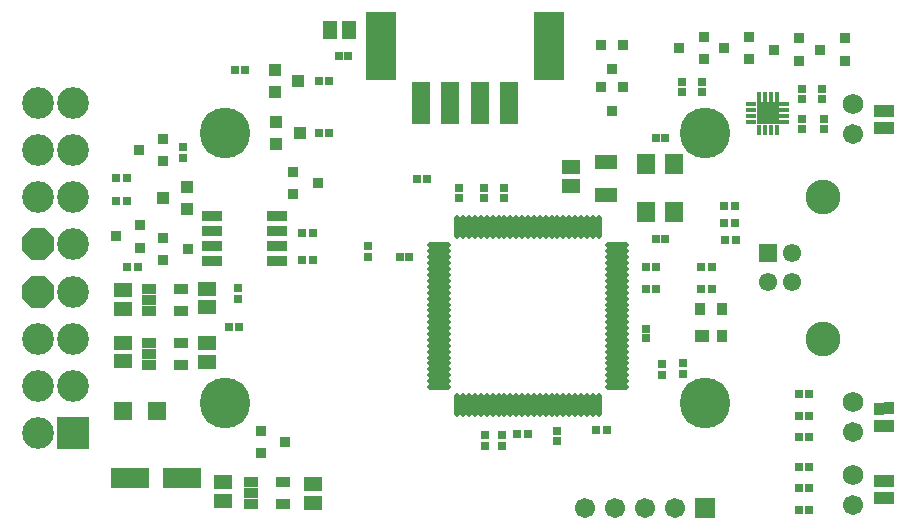
<source format=gts>
%FSTAX23Y23*%
%MOIN*%
%SFA1B1*%

%IPPOS*%
%AMD104*
4,1,8,0.022000,-0.053100,0.053100,-0.022000,0.053100,0.022000,0.022000,0.053100,-0.022000,0.053100,-0.053100,0.022000,-0.053100,-0.022000,-0.022000,-0.053100,0.022000,-0.053100,0.0*
%
%ADD72R,0.061000X0.045000*%
%ADD73R,0.030000X0.026000*%
%ADD74R,0.099000X0.228000*%
%ADD75R,0.063000X0.142000*%
%ADD76O,0.079000X0.020000*%
%ADD77O,0.020000X0.079000*%
%ADD78R,0.126000X0.071000*%
%ADD79R,0.026000X0.030000*%
%ADD80R,0.028000X0.028000*%
%ADD81R,0.028000X0.028000*%
%ADD82R,0.043000X0.039000*%
%ADD83R,0.045000X0.061000*%
%ADD84R,0.036000X0.032000*%
%ADD85R,0.068000X0.032000*%
%ADD86R,0.075000X0.045000*%
%ADD87R,0.032000X0.036000*%
%ADD88R,0.032000X0.043000*%
%ADD89R,0.047000X0.043000*%
%ADD90R,0.059000X0.063000*%
%ADD91R,0.049000X0.032000*%
%ADD92R,0.059000X0.071000*%
%ADD93R,0.034000X0.041000*%
%ADD94R,0.073000X0.073000*%
%ADD95R,0.018000X0.036000*%
%ADD96R,0.036000X0.018000*%
%ADD97C,0.169000*%
%ADD98C,0.116000*%
%ADD99C,0.061000*%
%ADD100R,0.061000X0.061000*%
%ADD101C,0.067000*%
%ADD102R,0.067000X0.067000*%
%ADD103C,0.106000*%
G04~CAMADD=104~4~0.0~0.0~1062.5~1062.5~0.0~311.2~0~0.0~0.0~0.0~0.0~0~0.0~0.0~0.0~0.0~0~0.0~0.0~0.0~225.0~1062.5~1062.5*
%ADD104D104*%
%ADD105R,0.106000X0.106000*%
%ADD106C,0.068000*%
%LNkavi_pcb_r5-1*%
%LPD*%
G54D72*
X00992Y-00131D03*
Y-00069D03*
X00694Y-00126D03*
Y-00064D03*
X0036Y0034D03*
Y00402D03*
Y00576D03*
Y00513D03*
X0064Y00338D03*
Y004D03*
Y0052D03*
Y00582D03*
X01855Y00924D03*
Y00986D03*
G54D73*
X02158Y00295D03*
Y0033D03*
X02226Y00333D03*
Y00297D03*
X02223Y01272D03*
Y01236D03*
X02289Y01237D03*
Y01272D03*
X02622Y01113D03*
Y01148D03*
X02697Y01113D03*
Y01149D03*
X02689Y01214D03*
Y01249D03*
X00745Y00547D03*
Y00583D03*
X01176Y00723D03*
Y00687D03*
X02623Y01213D03*
Y01248D03*
X0056Y01017D03*
Y01053D03*
X01566Y00095D03*
Y00059D03*
X01623Y00095D03*
Y00059D03*
G54D74*
X0122Y0139D03*
X0178D03*
G54D75*
X01352Y01202D03*
X0145D03*
X01549D03*
X01647D03*
G54D76*
X02007Y00726D03*
Y00707D03*
Y00687D03*
Y00667D03*
Y00647D03*
Y00628D03*
Y00608D03*
Y00588D03*
Y00569D03*
Y00549D03*
Y00529D03*
Y0051D03*
Y0049D03*
Y0047D03*
Y00451D03*
Y00431D03*
Y00411D03*
Y00392D03*
Y00372D03*
Y00352D03*
Y00333D03*
Y00313D03*
Y00293D03*
Y00273D03*
Y00254D03*
X01413D03*
Y00273D03*
Y00293D03*
Y00313D03*
Y00333D03*
Y00352D03*
Y00372D03*
Y00392D03*
Y00411D03*
Y00431D03*
Y00451D03*
Y0047D03*
Y0049D03*
Y0051D03*
Y00529D03*
Y00549D03*
Y00569D03*
Y00588D03*
Y00608D03*
Y00628D03*
Y00647D03*
Y00667D03*
Y00687D03*
Y00707D03*
Y00726D03*
G54D77*
X01946Y00193D03*
X01927D03*
X01907D03*
X01887D03*
X01867D03*
X01848D03*
X01828D03*
X01808D03*
X01789D03*
X01769D03*
X01749D03*
X0173D03*
X0171D03*
X0169D03*
X01671D03*
X01651D03*
X01631D03*
X01612D03*
X01592D03*
X01572D03*
X01553D03*
X01533D03*
X01513D03*
X01493D03*
X01474D03*
Y00787D03*
X01493D03*
X01513D03*
X01533D03*
X01553D03*
X01572D03*
X01592D03*
X01612D03*
X01631D03*
X01651D03*
X01671D03*
X0169D03*
X0171D03*
X0173D03*
X01749D03*
X01769D03*
X01789D03*
X01808D03*
X01828D03*
X01848D03*
X01867D03*
X01887D03*
X01907D03*
X01927D03*
X01946D03*
G54D78*
X00558Y-0005D03*
X00385D03*
G54D79*
X02288Y00654D03*
X02287Y00582D03*
X00712Y00455D03*
X00748D03*
X00993Y00769D03*
X00957D03*
Y00678D03*
X00993D03*
X02324Y00654D03*
X02323Y00582D03*
X00732Y01312D03*
X00768D03*
X01012Y01275D03*
X01048D03*
X01012Y011D03*
X01048D03*
X00337Y0095D03*
X00373D03*
Y00875D03*
X00337D03*
X00373Y00653D03*
X00409D03*
X01375Y00949D03*
X0134D03*
X02365Y00858D03*
X02401D03*
X02364Y00801D03*
X024D03*
X02366Y00744D03*
X02402D03*
X02612Y00159D03*
X02648D03*
X02612Y00231D03*
X02648D03*
X02612Y00087D03*
X02648D03*
X02612Y-00011D03*
X02648D03*
X02612Y-00083D03*
X02648D03*
X02612Y-00155D03*
X02648D03*
X0171Y00096D03*
X01674D03*
X01973Y00111D03*
X01937D03*
G54D80*
X02105Y0058D03*
X02137D03*
Y00655D03*
X02105D03*
X02136Y00747D03*
X02167D03*
Y01085D03*
X02136D03*
X01079Y01357D03*
X01111D03*
X01283Y00687D03*
X01315D03*
G54D81*
X02105Y00416D03*
Y00448D03*
X01479Y00917D03*
Y00885D03*
X01562Y00917D03*
Y00885D03*
X0163Y00917D03*
Y00885D03*
X01808Y00075D03*
Y00106D03*
G54D82*
X00572Y00847D03*
Y00921D03*
X00494Y00884D03*
X00866Y01312D03*
Y01238D03*
X00944Y01275D03*
X00871Y01137D03*
Y01063D03*
X00949Y011D03*
G54D83*
X01049Y01443D03*
X01112D03*
G54D84*
X00338Y00756D03*
X00416Y00719D03*
Y00793D03*
X00415Y01045D03*
X00493Y01008D03*
Y01082D03*
X00928Y00971D03*
Y00897D03*
X0101Y00934D03*
X02612Y01342D03*
Y01416D03*
X0253Y01379D03*
X02297Y01347D03*
Y01421D03*
X02215Y01384D03*
X02767Y01342D03*
Y01416D03*
X02685Y01379D03*
X02447Y01347D03*
Y01421D03*
X02365Y01384D03*
X00819Y00107D03*
Y00033D03*
X00901Y0007D03*
X00494Y00752D03*
Y00678D03*
X00576Y00715D03*
G54D85*
X00657Y00825D03*
Y00775D03*
Y00725D03*
Y00675D03*
X00873Y00825D03*
Y00775D03*
Y00725D03*
Y00675D03*
G54D86*
X0197Y00895D03*
Y01005D03*
G54D87*
X02028Y01255D03*
X01954D03*
X01991Y01173D03*
X02028Y01395D03*
X01954D03*
X01991Y01313D03*
G54D88*
X02283Y00515D03*
X02357D03*
Y00425D03*
G54D89*
X0229Y00425D03*
G54D90*
X00359Y00175D03*
X00473D03*
G54D91*
X00554Y00402D03*
Y00328D03*
X00446D03*
Y00365D03*
Y00402D03*
X00894Y-00063D03*
Y-00137D03*
X00786D03*
Y-001D03*
Y-00063D03*
X00554Y00582D03*
Y00508D03*
X00446D03*
Y00545D03*
Y00582D03*
G54D92*
X02197Y00996D03*
Y00838D03*
X02103Y00996D03*
Y00838D03*
G54D93*
X02879Y00125D03*
X02912D03*
Y00183D03*
X02879Y00182D03*
Y-0006D03*
X02912D03*
Y-00117D03*
X02879D03*
Y01117D03*
X02912D03*
Y01175D03*
X02879Y01174D03*
G54D94*
X02509Y01166D03*
G54D95*
X02479Y01222D03*
X02499D03*
X02519D03*
X02539D03*
Y0111D03*
X02519D03*
X02499D03*
X02479D03*
G54D96*
X02565Y01196D03*
Y01176D03*
Y01156D03*
Y01136D03*
X02453D03*
Y01156D03*
Y01176D03*
Y01196D03*
G54D97*
X023Y011D03*
X007D03*
Y002D03*
X023D03*
G54D98*
X02695Y00889D03*
Y00415D03*
G54D99*
X02589Y00701D03*
Y00603D03*
X0251D03*
G54D100*
X0251Y00701D03*
G54D101*
X019Y-0015D03*
X02D03*
X021D03*
X022D03*
X02795Y00104D03*
Y-00139D03*
Y01096D03*
G54D102*
X023Y-0015D03*
G54D103*
X00076Y001D03*
Y00257D03*
Y00415D03*
Y00887D03*
Y01044D03*
Y01202D03*
X00194D03*
Y01044D03*
Y00887D03*
Y0073D03*
Y00572D03*
Y00415D03*
Y00257D03*
G54D104*
X00076Y00572D03*
Y0073D03*
G54D105*
X00194Y001D03*
G54D106*
X02795Y00204D03*
Y-00039D03*
Y01196D03*
M02*
</source>
